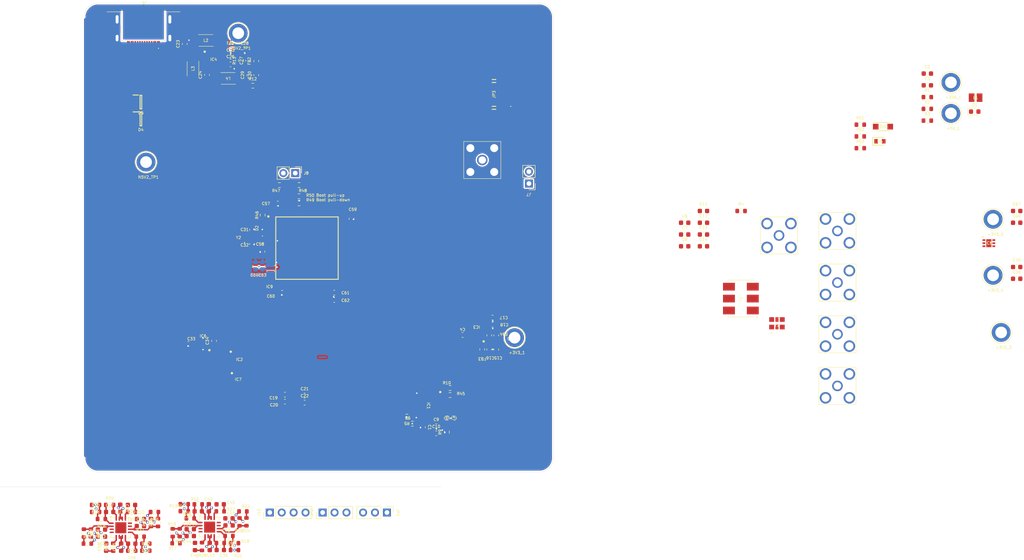
<source format=kicad_pcb>
(kicad_pcb (version 20241229) (generator "pcbnew") (generator_version "9.0")
  (layers (0 "F.Cu" signal) (4 "In1.Cu" signal) (6 "In2.Cu" signal) (2 "B.Cu" signal) (5 "F.SilkS" user "F.Silkscreen") (7 "B.SilkS" user "B.Silkscreen") (1 "F.Mask" user) (3 "B.Mask" user) (25 "Edge.Cuts" user))
  (net 0 "")
  (net 1 "/Power/ADM7160ACPZN3.3_1/+3V3")
  (net 2 "GND")
  (net 3 "/Function Generator/AVDD")
  (net 4 "/Function Generator/CVDDX")
  (net 5 "/Power/VDD_STM32")
  (net 6 "/Power/ADM7160ACPZN3.3_1/+3V6")
  (net 7 "/Power/5V")
  (net 8 "Net-(IC1-REFIO)")
  (net 9 "Net-(Y1-OUTPUT)")
  (net 10 "Net-(JP1-B)")
  (net 11 "Net-(Y1-COMP_OUT)")
  (net 12 "Net-(JP2-A)")
  (net 13 "/Function Generator/CLKLDO")
  (net 14 "/Function Generator/DLDO1")
  (net 15 "/Function Generator/DLDO2")
  (net 16 "/Function Generator/DVDD")
  (net 17 "/Function Generator/CLKVDD")
  (net 18 "Net-(IC4-SWN)")
  (net 19 "Net-(IC4-DN)")
  (net 20 "Net-(IC4-SSP)")
  (net 21 "Net-(IC4-SSN)")
  (net 22 "/Power/LT3472EDD/P5V2_VP")
  (net 23 "Net-(IC4-FBP)")
  (net 24 "Net-(IC4-FBN)")
  (net 25 "/Power/LT3472EDD/N5V2_VN")
  (net 26 "Net-(IC9-PC14{slash}OSC32_IN)")
  (net 27 "Net-(IC9-PC15{slash}OSC32_OUT)")
  (net 28 "/Output_Stage/Op_Amp_1/-IN_1")
  (net 29 "/Output_Stage/Op_Amp_1/FB_1")
  (net 30 "/Output_Stage/Op_Amp_1/+IN_1")
  (net 31 "/Output_Stage/Op_Amp_1/FB_2")
  (net 32 "/Output_Stage/Op_Amp_1/-IN_2")
  (net 33 "/Output_Stage/Op_Amp_1/+IN_2")
  (net 34 "/Output_Stage/N5V2")
  (net 35 "/Output_Stage/P5V2")
  (net 36 "Net-(C45-Pad1)")
  (net 37 "/Output_Stage/Op_Amp_1/AMP_OUT")
  (net 38 "Net-(C46-Pad1)")
  (net 39 "/Output_Stage/Op_Amp_1/AMP1_OUT")
  (net 40 "/Output_Stage/Op_Amp_2/FB_1")
  (net 41 "/Output_Stage/Op_Amp_2/-IN_1")
  (net 42 "/Output_Stage/Op_Amp_2/+IN_1")
  (net 43 "/Output_Stage/Op_Amp_2/-IN_2")
  (net 44 "/Output_Stage/Op_Amp_2/FB_2")
  (net 45 "/Output_Stage/Op_Amp_2/+IN_2")
  (net 46 "Net-(C55-Pad1)")
  (net 47 "/Output_Stage/Op_Amp_2/AMP_OUT")
  (net 48 "Net-(C56-Pad1)")
  (net 49 "/Output_Stage/Op_Amp_2/AMP1_OUT")
  (net 50 "Net-(D1-A)")
  (net 51 "Net-(D2-A)")
  (net 52 "/USB_C/CC1")
  (net 53 "/USB_C/CC2")
  (net 54 "/USB_C/D+")
  (net 55 "/USB_C/D-")
  (net 56 "Net-(D6-A)")
  (net 57 "Net-(IC1-FSADJ4)")
  (net 58 "/Function Generator/I_Out_P4")
  (net 59 "/Function Generator/Trigger_Input_3V3")
  (net 60 "/Function Generator/I_Out_P1")
  (net 61 "/Function Generator/CLKN")
  (net 62 "/Function Generator/SPI_MOSI")
  (net 63 "/Function Generator/SPI_CS")
  (net 64 "Net-(IC1-FSADJ1)")
  (net 65 "Net-(IC1-FSADJ3)")
  (net 66 "/Function Generator/CLKP")
  (net 67 "/Function Generator/I_Out_N3")
  (net 68 "/Function Generator/I_Out_P3")
  (net 69 "/Function Generator/SPI_MISO")
  (net 70 "/Function Generator/I_Out_P2")
  (net 71 "/Function Generator/!RESET")
  (net 72 "/Function Generator/I_Out_N4")
  (net 73 "/Function Generator/I_Out_N1")
  (net 74 "Net-(IC1-FSADJ2{slash}CAL_SENSE)")
  (net 75 "/Function Generator/SPI_CLK")
  (net 76 "/Function Generator/I_Out_N2")
  (net 77 "Net-(IC2-SW)")
  (net 78 "Net-(IC2-VID)")
  (net 81 "Net-(IC4-SWP)")
  (net 88 "Net-(IC9-PE2)")
  (net 104 "/STM32/SWDIO")
  (net 109 "/STM32/NRST")
  (net 119 "/STM32/I2C_SDA")
  (net 128 "/STM32/I2C_SCL")
  (net 137 "Net-(IC9-PA9)")
  (net 149 "/STM32/SWCLK")
  (net 150 "Net-(IC9-PA10)")
  (net 152 "Net-(IC9-BOOT0)")
  (net 163 "Net-(J1-In)")
  (net 164 "Net-(J6-In)")
  (net 167 "Net-(JP1-A)")
  (net 168 "Net-(JP2-B)")
  (net 171 "Net-(R2-Pad2)")
  (net 172 "Net-(R27-Pad2)")
  (net 173 "Net-(R28-Pad2)")
  (net 174 "Net-(R43-Pad2)")
  (net 175 "Net-(R44-Pad2)")
  (footprint "Resistor_SMD:R_0603_1608Metric" (layer "F.Cu") (at 221.423 74.917)
    (property "Reference" "R51")
    (property "Value" "5.1K")
  )
  (footprint "Resistor_SMD:R_0603_1608Metric" (layer "F.Cu") (at 133.3 140.5 90)
    (property "Reference" "R9")
    (property "Value" "8.06K")
  )
  (footprint "Insyte_Footprints:1420701201" (layer "F.Cu") (at 216.558 108.602)
    (property "Reference" "J3")
    (property "Value" "142-0701-201" (hide yes))
  )
  (footprint "Resistor_SMD:R_0603_1608Metric" (layer "F.Cu") (at 62.2 165.0375 90)
    (property "Reference" "R44")
    (property "Value" "49.9R")
  )
  (footprint "Insyte_Footprints:LQH32CH100K53L" (layer "F.Cu") (at 81.95 56.95)
    (property "Reference" "L2")
    (property "Value" "22uH" (hide yes))
  )
  (footprint "Package_CSP:Analog_LFCSP-16-1EP_4x4mm_P0.65mm_EP2.35x2.35mm" (layer "F.Cu") (at 63.825 160.9)
    (property "Reference" "U3")
    (property "Value" "ADA4817-2ACP")
  )
  (footprint "Capacitor_SMD:C_0603_1608Metric" (layer "F.Cu") (at 66.1 156.0375 180)
    (property "Reference" "C55")
    (property "Value" "1uF")
  )
  (footprint "Connector_PinHeader_2.54mm:PinHeader_1x03_P2.54mm_Vertical" (layer "F.Cu") (at 120.54 157.65 -90)
    (property "Reference" "JP1")
    (property "Value" "Jumper_3_Open")
  )
  (footprint "Capacitor_SMD:C_0603_1608Metric" (layer "F.Cu") (at 91.8 100.375 90)
    (property "Reference" "C32")
    (property "Value" "8pF C0G/NP0  >5%")
  )
  (footprint "Capacitor_SMD:C_0603_1608Metric" (layer "F.Cu") (at 254.753 107.787)
    (property "Reference" "C36")
    (property "Value" "4.7uF")
  )
  (footprint "Resistor_SMD:R_0603_1608Metric" (layer "F.Cu") (at 101.825 87.8 180)
    (property "Reference" "R48")
    (property "Value" "4K7")
  )
  (footprint "Resistor_SMD:R_0603_1608Metric" (layer "F.Cu") (at 81.125 164.9 90)
    (property "Reference" "R28")
    (property "Value" "49.9R")
  )
  (footprint "Insyte_Footprints:SON50P300X300X85-11N-D" (layer "F.Cu") (at 89.1 125)
    (property "Reference" "IC2")
    (property "Value" "ADP5300ACPZ-1-R7" (hide yes))
  )
  (footprint "Capacitor_SMD:C_0603_1608Metric" (layer "F.Cu") (at 188.003 100.857)
    (property "Reference" "C14")
    (property "Value" "0.01uF")
  )
  (footprint "Capacitor_SMD:C_0603_1608Metric" (layer "F.Cu") (at 63.7 156.7375 -90)
    (property "Reference" "C51")
    (property "Value" "0.1uF")
  )
  (footprint "Capacitor_SMD:C_0603_1608Metric" (layer "F.Cu") (at 86.875 158.9)
    (property "Reference" "C41")
    (property "Value" "0.1uF")
  )
  (footprint "Capacitor_SMD:C_0603_1608Metric" (layer "F.Cu") (at 188.003 98.347)
    (property "Reference" "C13")
    (property "Value" "0.1uF")
  )
  (footprint "Capacitor_SMD:C_0603_1608Metric" (layer "F.Cu") (at 68 160.5375)
    (property "Reference" "C50")
    (property "Value" "1.5pF")
  )
  (footprint "Capacitor_SMD:C_0603_1608Metric" (layer "F.Cu") (at 63.9 165.0375 90)
    (property "Reference" "C53")
    (property "Value" "0.1uF")
  )
  (footprint "Resistor_SMD:R_0603_1608Metric" (layer "F.Cu") (at 85 157.4 180)
    (property "Reference" "R27")
    (property "Value" "49.9R")
  )
  (footprint "Resistor_SMD:R_0603_1608Metric" (layer "F.Cu") (at 101.8 91.7)
    (property "Reference" "R49")
    (property "Value" "10K")
  )
  (footprint "Capacitor_SMD:C_0603_1608Metric" (layer "F.Cu") (at 85 155.9 180)
    (property "Reference" "C45")
    (property "Value" "1uF")
  )
  (footprint "Resistor_SMD:R_0603_1608Metric" (layer "F.Cu") (at 71.75 159.7875 90)
    (property "Reference" "R38")
    (property "Value" "499R")
  )
  (footprint "Capacitor_SMD:C_0603_1608Metric" (layer "F.Cu") (at 94.01 105.025 90)
    (property "Reference" "C63")
    (property "Value" "0.01u")
  )
  (footprint "Capacitor_SMD:C_0603_1608Metric" (layer "F.Cu") (at 103 132.7)
    (property "Reference" "C21")
    (property "Value" "0.1uF")
  )
  (footprint "Resistor_SMD:R_0603_1608Metric" (layer "F.Cu") (at 90.6 159.6375 90)
    (property "Reference" "R24")
    (property "Value" "499R")
  )
  (footprint "Resistor_SMD:R_0603_1608Metric" (layer "F.Cu") (at 97.625 87.8)
    (property "Reference" "R47")
    (property "Value" "4K7")
  )
  (footprint "Resistor_SMD:R_0603_1608Metric" (layer "F.Cu") (at 88.05 165.6625)
    (property "Reference" "R18")
    (property "Value" "1K")
  )
  (footprint "Connector_PinHeader_2.54mm:PinHeader_1x03_P2.54mm_Vertical" (layer "F.Cu") (at 106.835 157.65 90)
    (property "Reference" "JP2")
    (property "Value" "Jumper_3_Open")
  )
  (footprint "Resistor_SMD:R_0603_1608Metric" (layer "F.Cu") (at 101.8 90.2 180)
    (property "Reference" "R50")
    (property "Value" "10K")
  )
  (footprint "Capacitor_SMD:C_0603_1608Metric" (layer "F.Cu") (at 136.65125 119.7725 180)
    (property "Reference" "C4")
    (property "Value" "4.7uF")
  )
  (footprint "Capacitor_SMD:C_0603_1608Metric" (layer "F.Cu") (at 142.35125 122.8725 90)
    (property "Reference" "C16")
    (property "Value" "100pF")
  )
  (footprint "Package_CSP:Analog_LFCSP-16-1EP_4x4mm_P0.65mm_EP2.35x2.35mm" (layer "F.Cu") (at 82.75 160.7625)
    (property "Reference" "U1")
    (property "Value" "ADA4817-2ACP")
  )
  (footprint "Capacitor_SMD:C_0603_1608Metric" (layer "F.Cu") (at 59.7 162.7875 180)
    (property "Reference" "C54")
    (property "Value" "0.1uF")
  )
  (footprint "Capacitor_SMD:C_0603_1608Metric" (layer "F.Cu") (at 235.713 64.017)
    (property "Reference" "C2")
    (property "Value" "10uF")
  )
  (footprint "Capacitor_SMD:C_0603_1608Metric" (layer "F.Cu") (at 87.2 60.45)
    (property "Reference" "C25")
    (property "Value" "0.1uF")
  )
  (footprint "Capacitor_SMD:C_0603_1608Metric" (layer "F.Cu") (at 183.993 100.857)
    (property "Reference" "C8")
    (property "Value" "0.1uF")
  )
  (footprint "Inductor_SMD:L_0603_1608Metric" (layer "F.Cu") (at 142.35125 119.8625 90)
    (property "Reference" "FB4")
    (property "Value" "1.8K OHM AT 100MEGHZ")
  )
  (footprint "LED_SMD:LED_0603_1608Metric" (layer "F.Cu") (at 245.813 72.127)
    (property "Reference" "D1")
    (property "Value" "LED GREEN")
  )
  (footprint "Resistor_SMD:R_0603_1608Metric" (layer "F.Cu") (at 69.15 165.7875)
    (property "Reference" "R32")
    (property "Value" "1K")
  )
  (footprint "Capacitor_SMD:C_0603_1608Metric" (layer "F.Cu") (at 143.85125 122.8725 90)
    (property "Reference" "C15")
    (property "Value" "0.1uF")
  )
  (footprint "Capacitor_SMD:C_0603_1608Metric" (layer "F.Cu") (at 254.753 95.837)
    (property "Reference" "C68")
    (property "Value" "4.7uF")
  )
  (footprint "Insyte_Footprints:1420701201" (layer "F.Cu") (at 216.558 130.642)
    (property "Reference" "J5")
    (property "Value" "142-0701-201" (hide yes))
  )
  (footprint "Resistor_SMD:R_0603_1608Metric" (layer "F.Cu") (at 55.95 162.0375 -90)
    (property "Reference" "R36")
    (property "Value" "499R")
  )
  (footprint "Inductor_SMD:L_0603_1608Metric" (layer "F.Cu") (at 92.7 61.35 90)
    (property "Reference" "FB2")
    (property "Value" "1.8K OHM AT 100MEGHZ")
  )
  (footprint "Capacitor_SMD:C_0603_1608Metric" (layer "F.Cu") (at 78.625 162.675 180)
    (property "Reference" "C44")
    (property "Value" "0.1uF")
  )
  (footprint "Capacitor_SMD:C_0603_1608Metric" (layer "F.Cu") (at 109.3 110.75 180)
    (property "Reference" "C61")
    (property "Value" "0.1u")
  )
  (footprint "Capacitor_SMD:C_0603_1608Metric" (layer "F.Cu") (at 94 102 -90)
    (property "Reference" "C58")
    (property "Value" "0.1u")
  )
  (footprint "TestPoint:TestPoint_Loop_D3.80mm_Drill2.5mm" (layer "F.Cu") (at 147.74 120.35)
    (property "Reference" "+3V3_1")
    (property "Value" "TestPoint")
  )
  (footprint "Resistor_SMD:R_0603_1608Metric" (layer "F.Cu") (at 89.125 159.65 90)
    (property "Reference" "R26")
    (property "Value" "499R")
  )
  (footprint "Capacitor_SMD:C_0603_1608Metric" (layer "F.Cu") (at 68 159.0375)
    (property "Reference" "C52")
    (property "Value" "0.1uF")
  )
  (footprint "Capacitor_SMD:C_0603_1608Metric" (layer "F.Cu") (at 79.625 164.9 90)
    (property "Reference" "C46")
    (property "Value" "1uF")
  )
  (footprint "Resistor_SMD:R_0603_1608Metric" (layer "F.Cu") (at 134 131.1 180)
    (property "Reference" "R10")
    (property "Value" "9.1K")
  )
  (footprint "Resistor_SMD:R_0603_1608Metric" (layer "F.Cu") (at 61.45 156.0375)
    (property "Reference" "R39")
    (property "Value" "499R")
  )
  (footprint "Resistor_SMD:R_0603_1608Metric" (layer "F.Cu") (at 89.45 61.25 90)
    (property "Reference" "R11")
    (property "Value" "158K")
  )
  (footprint "Capacitor_SMD:C_0603_1608Metric" (layer "F.Cu") (at 82.775 164.9 90)
    (property "Reference" "C43")
    (property "Value" "0.1uF")
  )
  (footprint "Capacitor_SMD:C_0603_1608Metric" (layer "F.Cu") (at 183.993 95.837)
    (property "Reference" "C6")
    (property "Value" "0.1uF")
  )
  (footprint "Capacitor_SMD:C_0603_1608Metric" (layer "F.Cu") (at 143.85125 119.8725 90)
    (property "Reference" "C5")
    (property "Value" "4.7uF")
  )
  (footprint "Capacitor_SMD:C_0603_1608Metric" (layer "F.Cu") (at 85.03 165.65 180)
    (property "Reference" "C39")
    (property "Value" "1.5pF")
  )
  (footprint "Resistor_SMD:R_0603_1608Metric" (layer "F.Cu") (at 134 132.6)
    (property "Reference" "R45")
    (property "Value" "4.7K")
  )
  (footprint "Resistor_SMD:R_0603_1608Metric" (layer "F.Cu") (at 85.025 164.15 180)
    (property "Reference" "R25")
    (property "Value" "499R")
  )
  (footprint "Capacitor_SMD:C_0603_1608Metric" (layer "F.Cu") (at 97.275 91.75)
    (property "Reference" "C57")
    (property "Value" "0.1u")
  )
  (footprint "Resistor_SMD:R_0603_1608Metric" (layer "F.Cu") (at 235.713 74.057)
    (property "Reference" "R3")
    (property "Value" "0R")
  )
  (footprint "Insyte_Footprints:SON65P200X200X65-7N-D" (layer "F.Cu") (at 88.85 129.25)
    (property "Reference" "IC7")
    (property "Value" "ADM7160ACPZN3.3-R7" (hide yes))
  )
  (footprint "TestPoint:TestPoint_Loop_D3.80mm_Drill2.5mm" (layer "F.Cu") (at 240.738 65.9)
    (property "Reference" "+3V6_1")
    (property "Value" "TestPoint")
  )
  (footprint "Insyte_Footprints:SON65P200X200X65-7N-D" (layer "F.Cu") (at 248.823 100.197)
    (property "Reference" "IC8")
    (property "Value" "ADM7160ACPZN3.3-R7" (hide yes))
  )
  (footprint "Resistor_SMD:R_0603_1608Metric" (layer "F.Cu") (at 235.713 71.547)
    (property "Reference" "R2")
    (property "Value" "100R")
  )
  (footprint "Capacitor_SMD:C_0603_1608Metric" (layer "F.Cu") (at 143.05125 116.0625)
    (property "Reference" "C17")
    (property "Value" "0.1uF")
  )
  (footprint "Insyte_Footprints:SODFL3618X110N" (layer "F.Cu") (at 226.253 75.337)
    (property "Reference" "D3")
    (property "Value" "SMF5.0A" (hide yes))
  )
  (footprint "Resistor_SMD:R_0603_1608Metric" (layer "F.Cu") (at 66.15 165.7875 180)
    (property "Reference" "R41")
    (property "Value" "499R")
  )
  (footprint "Capacitor_SMD:C_0603_1608Metric" (layer "F.Cu") (at 82.575 156.625 -90)
    (property "Reference" "C42")
    (property "Value" "0.1uF")
  )
  (footprint "Insyte_Footprints:SOT95P237X125-3N" (layer "F.Cu") (at 68.1 70.1)
    (property "Reference" "D5")
    (property "Value" "SM05.TCT" (hide yes))
  )
  (footprint "Capacitor_SMD:C_0603_1608Metric" (layer "F.Cu") (at 77.45 57.7 90)
    (property "Reference" "C23")
    (property "Value" "2.2uF")
  )
  (footprint "Resistor_SMD:R_0603_1608Metric" (layer "F.Cu") (at 80.325 155.9)
    (property "Reference" "R16")
    (property "Value" "499R")
  )
  (footprint "Capacitor_SMD:C_0603_1608Metric" (layer "F.Cu") (at 60.7 165.0375 90)
    (property "Reference" "C56")
    (property "Value" "1uF")
  )
  (footprint "Resistor_SMD:R_0603_1608Metric" (layer "F.Cu") (at 91.95 66.6)
    (property "Reference" "R12")
    (property "Value" "210K")
  )
  (footprint "Capacitor_SMD:C_0603_1608Metric" (layer "F.Cu") (at 87.2 62.05)
    (property "Reference" "C26")
    (property "Value" "0.1uF")
  )
  (footprint "Capacitor_SMD:C_0603_1608Metric" (layer "F.Cu") (at 83.7 121.025 90)
    (property "Reference" "C34")
    (property "Value" "4.7uF")
  )
  (footprint "Connector_PinHeader_2.54mm:PinHeader_1x02_P2.54mm_Vertical" (layer "F.Cu") (at 101 85.25 -90)
    (property "Reference" "J8")
    (property "Value" "I2C_TP1")
  )
  (footprint "Resistor_SMD:R_0603_1608Metric" (layer "F.Cu") (at 77.35 155.8625 180)
    (property "Reference" "R13")
    (property "Value" "1K")
  )
  (footprint "Capacitor_SMD:C_0603_1608Metric" (layer "F.Cu") (at 103 134.2)
    (property "Reference" "C22")
    (property "Value" "100pF")
  )
  (footprint "Insyte_Footprints:QFP50P1600X1600X160-100N" (layer "F.Cu") (at 103.5 101.25)
    (property "Reference" "IC9")
    (property "Value" "STM32L476VGT6" (hide yes))
  )
  (footprint "Capacitor_SMD:C_0603_1608Metric" (layer "F.Cu") (at 80.325 157.4)
    (property "Reference" "C37")
    (property "Value" "1.5pF")
  )
  (footprint "Resistor_SMD:R_0603_1608Metric" (layer "F.Cu") (at 235.713 69.037)
    (property "Reference" "R1")
    (property "Value" "499K")
  )
  (footprint "Resistor_SMD:R_0603_1608Metric" (layer "F.Cu") (at 66.1 157.5375 180)
    (property "Reference" "R43")
    (property "Value" "49.9R")
  )
  (footprint "Capacitor_SMD:C_0603_1608Metric" (layer "F.Cu") (at 254.753 93.327)
    (property "Reference" "C67")
    (property "Value" "4.7uF")
  )
  (footprint "Capacitor_SMD:C_0603_1608Metric" (layer "F.Cu") (at 90.95 61.25 90)
    (property "Reference" "C27")
    (property "Value" "4.7pF")
  )
  (footprint "Connector_PinHeader_2.54mm:PinHeader_1x04_P2.54mm_Vertical" (layer "F.Cu") (at 95.575 157.65 90)
    (property "Reference" "J10")
    (property "Value" "SPI_TP_1")
  )
  (footprint "Capacitor_SMD:C_0603_1608Metric" (layer "F.Cu") (at 188.003 95.837)
    (property "Reference" "C12")
    (property "Value" "100pF")
  )
  (footprint "Insyte_Footprints:1420701201" (layer "F.Cu") (at 216.558 119.622)
    (property "Reference" "J4")
    (property "Value" "142-0701-201" (hide yes))
  )
  (footprint "Resistor_SMD:R_0603_1608Metric" (layer "F.Cu") (at 56.7 164.2875)
    (property "Reference" "R31")
    (property "Value" "1K")
  )
  (footprint "Capacitor_SMD:C_0603_1608Metric" (layer "F.Cu") (at 131.05 139.25)
    (property "Reference" "C9")
    (property "Value" "0.1uF")
  )
  (footprint "Insyte_Footprints:1420701201" (layer "F.Cu") (at 216.558 97.582)
    (property "Reference" "J2")
    (property "Value" "142-0701-201" (hide yes))
  )
  (footprint "Resistor_SMD:R_0603_1608Metric" (layer "F.Cu") (at 71 157.5375 180)
    (property "Reference" "R34")
    (property "Value" "1K")
  )
  (footprint "Capacitor_SMD:C_0603_1608Metric" (layer "F.Cu") (at 98.8 132.5 180)
    (property "Reference" "C19")
    (property "Value" "0.1uF")
  )
  (footprint "TestPoint:TestPoint_Loop_D3.80mm_Drill2.5mm" (layer "F.Cu") (at 251.443 119.237)
    (property "Reference" "+3V3_3")
    (property "Value" "TestPoint")
  )
  (footprint "Insyte_Footprints:LQH32CH100K53L" (layer "F.Cu") (at 86.7 65.05 180)
    (property "Reference" "L4")
    (property "Value" "47uH" (hide yes))
  )
  (footprint "Capacitor_SMD:C_0603_1608Metric" (layer "F.Cu") (at 98.2 110.8 180)
    (property "Reference" "C60")
    (property "Value" "0.1u")
  )
  (footprint "Capacitor_SMD:C_0603_1608Metric" (layer "F.Cu") (at 78.25 121.7 180)
    (property "Reference" "C33")
    (property "Value" "4.7uF")
  )
  (footprint "Resistor_SMD:R_0603_1608Metric" (layer "F.Cu") (at 134.8 137.5 90)
    (property "Reference" "R8")
    (property "Value" "8.06K")
  )
  (footprint "TestPoint:TestPoint_Loop_D3.80mm_Drill2.5mm" (layer "F.Cu") (at 69.2 82.9)
    (property "Reference" "N5V2_TP1")
    (property "Value" "TestPoint")
  )
  (footprint "Resistor_SMD:R_0603_1608Metric" (layer "F.Cu") (at 78.625 158.9 180)
    (property "Reference" "R15")
    (property "Value" "499R")
  )
  (footprint "TestPoint:TestPoint_Loop_D3.80mm_Drill2.5mm" (layer "F.Cu") (at 240.738 72.512)
    (property "Reference" "+5V_1")
    (property "Value" "TestPoint")
  )
  (footprint "Capacitor_SMD:C_0603_1608Metric" (layer "F.Cu") (at 66.15 164.2875 180)
    (property "Reference" "C49")
    (property "Value" "1.5pF")
  )
  (footprint "Insyte_Footprints:1420701201" (layer "F.Cu") (at 204.098 98.552)
    (property "Reference" "J1")
    (property "Value" "142-0701-201" (hide yes))
  )
  (footprint "Resistor_SMD:R_0603_1608Metric" (layer "F.Cu") (at 221.423 79.937)
    (property "Reference" "R53")
    (property "Value" "325R")
  )
  (footprint "Capacitor_SMD:C_0603_1608Metric" (layer "F.Cu") (at 183.993 98.347)
    (property "Reference" "C7")
    (property "Value" "0.1uF")
  )
  (footprint "Insyte_Footprints:CSL1901MW1" (layer "F.Cu") (at 94 97.2 90)
    (property "Reference" "D2")
    (property "Value" "CSL1901MW1" (hide yes))
  )
  (footprint "Resistor_SMD:R_0603_1608Metric" (layer "F.Cu") (at 133.3 137.5 -90)
    (property "Reference" "R7")
    (property "Value" "0R")
  )
  (footprint "Insyte_Footprints:AX3_3.2x2.5" (layer "F.Cu") (at 203.658 117.282)
    (property "Reference" "Y1")
    (property "Value" "AX3DCF1-156.2500T" (hide yes))
  )
  (footprint "Capacitor_SMD:C_0603_1608Metric" (layer "F.Cu") (at 143.05125 117.5725)
    (property "Reference" "C18")
    (property "Value" "100pF")
  )
  (footprint "Capacitor_SMD:C_0603_1608Metric" (layer "F.Cu") (at 86.9 160.4)
    (property "Reference" "C40")
    (property "Value" "1.5pF")
  )
  (footprint "Capacitor_SMD:C_0603_1608Metric" (layer "F.Cu") (at 91.8 97.325 -90)
    (property "Reference" "C31")
    (property "Value" "8pF C0G/NP0  >5%")
  )
  (footprint "Insyte_Footprints:QFN50P500X500X80-33N-D" (layer "F.Cu") (at 129.4 134.85 -90)
    (property "Reference" "IC1")
    (property "Value" "AD9106BCPZ" (hide yes))
  )
  (footprint "Insyte_Footprints:2002112100010C4LF" (layer "F.Cu") (at 143.35 68.46 90)
    (property "Reference" "JP3")
    (property "Value" "20021121-00010C4LF" (hide yes))
  )
  (footprint "Capacitor_SMD:C_0603_1608Metric" (layer "F.Cu") (at 92.5 105.025 90)
    (property "Reference" "C64")
    (property "Value" "1u")
  )
  (footprint "Resistor_SMD:R_0603_1608Metric" (layer "F.Cu") (at 74.875 161.95 -90)
    (property "Reference" "R19")
    (property "Value" "499R")
  )
  (footprint "Resistor_SMD:R_0603_1608Metric" (layer "F.Cu") (at 59.7 159.0375 180)
    (property "Reference" "R35")
    (property "Value" "499R")
  )
  (footprint "Insyte_Footprints:SON50P300X300X80-11N-D" (layer "F.Cu") (at 83.6 61)
    (property "Reference" "IC4")
    (property "Value" "LT3472EDD#PBF" (hide yes))
  )
  (footprint "Resistor_SMD:R_0603_1608Metric" (layer "F.Cu") (at 67.95 162.7875)
    (property "Reference" "R37")
    (property "Value" "499R")
  )
  (footprint "Capacitor_SMD:C_0603_1608Metric" (layer "F.Cu") (at 92.7 64.35 90)
    (property "Reference" "C30")
    (property "Value" "2.2uF")
  )
  (footprint "Resistor_SMD:R_0603_1608Metric" (layer "F.Cu") (at 70.25 159.7875 90)
    (property "Reference" "R42")
    (property "Value" "499R")
  )
  (footprint "Resistor_SMD:R_0603_1608Metric" (layer "F.Cu") (at 58.45 157.5375)
    (property "Reference" "R30")
    (property "Value" "1K")
  )
  (footprint "Capacitor_SMD:C_0603_1608Metric" (layer "F.Cu") (at 59.7 161.2875 180)
    (property "Reference" "C48")
    (property "Value" "1.5pF")
  )
  (footprint "Capacitor_SMD:C_0603_1608Metric" (layer "F.Cu") (at 78.625 161.2 180)
    (property "Reference" "C38")
    (property "Value" "1.5pF")
  )
  (footprint "Resistor_SMD:R_0603_1608Metric" (layer "F.Cu") (at 94.05 94.2 -90)
    (property "Reference" "R46")
    (property "Value" "750")
  )
  (footprint "Insyte_Footprints:INDC2016X100N" (layer "F.Cu") (at 245.993 69.157)
    (property "Reference" "L1")
    (property "Value" "MLP2016H2R2MT0S1" (hide yes))
  )
  (footprint "Insyte_Footprints:SOT95P237X125-3N" (layer "F.Cu") (at 68.1 73.7)
    (property "Reference" "D4")
    (property "Value" "SM05.TCT" (hide yes))
  )
  (footprint "Resistor_SMD:R_0603_1608Metric" (layer "F.Cu") (at 221.423 77.427)
    (property "Reference" "R52")
    (property "Value" "5.1K")
  )
  (footprint "Resistor_SMD:R_0603_1608Metric" (layer "F.Cu") (at 77.35 157.3625)
    (property "Reference" "R14")
    (property "Value" "1K")
  )
  (footprint "Resistor_SMD:R_0603_1608Metric" (layer "F.Cu") (at 125.975 138.7 180)
    (property "Reference" "R6")
    (property "Value" "8.06K")
  )
  (footprint "Capacitor_SMD:C_0603_1608Metric" (layer "F.Cu") (at 90.2 59)
    (property "Reference" "C28")
    (property "Value" "2.2uF")
  )
  (footprint "Resistor_SMD:R_0603_1608Metric" (layer "F.Cu") (at 58.45 156.0375 180)
    (property "Reference" "R29")
    (property "Value" "1K")
  )
  (footprint "Insyte_Footprints:1420701201" (layer "F.Cu") (at 140.86 82.46 180)
    (property "Reference" "J6")
    (property "Value" "142-0701-201" (hide yes))
  )
  (footprint "Inductor_SMD:L_0603_1608Metric" (layer "F.Cu") (at 87.2 58.95)
    (property "Reference" "FB1")
    (property "Value" "1.8K OHM AT 100MEGHZ")
  )
  (footprint "Resistor_SMD:R_0603_1608Metric" (layer "F.Cu") (at 69.15 164.2875 180)
    (property "Reference" "R33")
    (property "Value" "1K")
  )
  (footprint "Capacitor_SMD:C_0603_1608Metric" (layer "F.Cu") (at 61.45 157.5375)
    (property "Reference" "C47")
    (property "Value" "1.5pF")
  )
  (footprint "Resistor_SMD:R_0603_1608Metric" (layer "F.Cu") (at 75.6 164.2125)
    (property "Reference" "R17")
    (property "Value" "1K")
  )
  (footprint "Capacitor_SMD:C_0603_1608Metric" (layer "F.Cu") (at 235.713 66.527)
    (property "Reference" "C3")
    (property "Value" "10uF")
  )
  (footprint "Capacitor_SMD:C_0603_1608Metric" (layer "F.Cu") (at 113 95 -90)
    (property "Reference" "C59")
    (property "Value" "0.1u")
  )
  (footprint "Insyte_Footprints:LEDC1608X85N" (layer "F.Cu") (at 225.603 78.462)
    (property "Reference" "D6")
    (property "Value" "APT1608LZGCK" (hide yes))
  )
  (footprint "Resistor_SMD:R_0603_1608Metric" (layer "F.Cu") (at 86.875 162.65)
    (property "Reference" "R23")
    (property "Value" "499R")
  )
  (footprint "Capacitor_SMD:C_0603_1608Metric" (layer "F.Cu") (at 98.8 134 180)
    (property "Reference" "C20")
    (property "Value" "100pF")
  )
  (footprint "Capacitor_SMD:C_0603_1608Metric" (layer "F.Cu") (at 128.2 139.475 -90)
    (property "Reference" "C1")
    (property "Value" "0.1uF")
  )
  (footprint "Insyte_Footprints:ECS327516TR" (layer "F.Cu") (at 90.2 98.9 90)
    (property "Reference" "Y2")
    (property "Value" "ECS-.327-7-16-C-TR" (hide yes))
  )
  (footprint "TestPoint:TestPoint_Loop_D3.80mm_Drill2.5mm" (layer "F.Cu") (at 249.723 95.097)
    (property "Reference" "+3V3_5")
    (property "Value" "TestPoint")
  )
  (footprint "Capacitor_SMD:C_0603_1608Metric" (layer "F.Cu") (at 82.2 64.3 90)
    (property "Reference" "C24")
    (property "Value" "1uF")
  )
  (footprint "Resistor_SMD:R_0603_1608Metric" (layer "F.Cu") (at 57.45 162.0375 -90)
    (property "Reference" "R40")
    (property "Value" "499R")
  )
  (footprint "Insyte_Footprints:SON65P200X200X65-7N-D" (layer "F.Cu") (at 139.80125 119.8225 180)
    (property "Reference" "IC3")
    (property "Value" "ADM7160ACPZN3.3-R7" (hide yes))
  )
  (footprint "Resistor_SMD:R_0603_1608Metric" (layer "F.Cu") (at 124.8 137.2 180)
    (property "Reference" "R5")
    (property "Value" "8.06K")
  )
  (footprint "Resistor_SMD:R_0603_1608Metric" (layer "F.Cu") (at 88.05 164.1825 180)
    (property "Reference" "R21")
    (property "Value" "1K")
  )
  (footprint "Insyte_Footprints:SON65P200X200X65-7N-D" (layer "F.Cu") (at 81.35 121.7 180)
    (property "Reference" "IC6")
    (property "Value" "ADM7160ACPZN3.3-R7" (hide yes))
  )
  (footprint "Capacitor_SMD:C_0603_1608Metric" (layer "F.Cu") (at 254.753 105.277)
    (property "Reference" "C35")
    (property "Value" "4.7uF")
  )
  (footprint "Inductor_SMD:L_0603_1608Metric" (layer "F.Cu") (at 140.85125 122.86 -90)
    (property "Reference" "FB3")
    (property "Value" "1.8K OHM AT 100MEGHZ")
  )
  (footprint "Resistor_SMD:R_0603_1608Metric" (layer "F.Cu") (at 89.85 157.4125 180)
    (property "Reference" "R22")
    (property "Value" "1K")
  )
  (footprint "TestPoint:TestPoint_Loop_D3.80mm_Drill2.5mm" (layer "F.Cu") (at 88.85 55.4)
    (property "Reference" "P5V2_TP1")
    (property "Value" "TestPoint")
  )
  (footprint "Capacitor_SMD:C_0603_1608Metric" (layer "F.Cu") (at 131.05 140.75)
    (property "Reference" "C10")
    (property "Value" "100pF")
  )
  (footprint "Insyte_Footprints:ADT21T" (layer "F.Cu") (at 195.972 112.012 90)
    (property "Reference" "T1")
    (property "Value" "ADT2-1T+" (hide yes))
  )
  (footprint "Resistor_SMD:R_0603_1608Metric" (layer "F.Cu") (at 196.023 93.327)
    (property "Reference" "R4")
    (property "Value" "100R")
  )
  (footprint "Capacitor_SMD:C_0603_1608Metric" (layer "F.Cu") (at 91.2 64.35 90)
    (property "Reference" "C29")
    (property "Value" "10pF")
  )
  (footprint "Capacitor_SMD:C_0603_1608Metric" (layer "F.Cu") (at 188.003 93.327)
    (property "Reference" "C11")
    (property "Value" "0.1uF")
  )
  (footprint "Capacitor_SMD:C_0603_1608Metric" (layer "F.Cu") (at 109.3 112.3 180)
    (property "Reference" "C62")
    (property "Value" "4.7u")
  )
  (footprint "Connector_PinHeader_2.54mm:PinHeader_1x02_P2.54mm_Vertical" (layer "F.Cu") (at 150.8 87.475 180)
    (property "Reference" "J7")
    (property "Value" "DEBUG_UART_TP_1")
  )
  (footprint "Resistor_SMD:R_0603_1608Metric" (layer "F.Cu") (at 76.375 161.95 -90)
    (property "Reference" "R20")
    (property "Value" "499R")
  )
  (footprint "Insyte_Footprints:USB4500030A" (layer "F.Cu") (at 68.65 53.6 180)
    (property "Reference" "J9")
    (property "Value" "USB4500-03-0-A" (hide yes))
    (fp_line (start 4.62 2.75) (end 4.62 -3.45) (stroke (width 0.1)) (layer "Edge.Cuts"))
    (fp_line (start 4.62 -3.45) (end -4.62 -3.45) (stroke (width 0.1)) (layer "Edge.Cuts"))
    (fp_line (start -4.62 2.75) (end -4.62 -3.45) (stroke (width 0.1)) (layer "Edge.Cuts"))
  )
  (footprint "Insyte_Footprints:LQH32CH100K53L" (layer "F.Cu") (at 79.2 62.95 90)
    (property "Reference" "L3")
    (property "Value" "47uH" (hide yes))
  )
  (footprint "TestPoint:TestPoint_Loop_D3.80mm_Drill2.5mm" (layer "F.Cu") (at 249.723 107.047)
    (property "Reference" "+3V3_4")
    (property "Value" "TestPoint")
  )
  (footprint "Capacitor_SMD:C_0603_1608Metric" (layer "B.Cu") (at 92.5 105.025 90)
    (property "Reference" "C66")
    (property "Value" "1u")
  )
  (footprint "Capacitor_SMD:C_0603_1608Metric" (layer "B.Cu") (at 94 105.025 90)
    (property "Reference" "C65")
    (property "Value" "0.1u")
  )
  (gr_line (start 156 52) (end 156 146) (stroke (width 0.05)) (layer "Edge.Cuts"))
  (gr_arc (start 156 146) (mid 155.12132 148.12132) (end 153 149) (stroke (width 0.05)) (layer "Edge.Cuts"))
  (gr_line (start 38.1 152.1875) (end 132.1 152.1875) (stroke (width 0.05)) (layer "Edge.Cuts"))
  (gr_line (start 153 149) (end 59 149) (stroke (width 0.05)) (layer "Edge.Cuts"))
  (gr_arc (start 153 49) (mid 155.12132 49.87868) (end 156 52) (stroke (width 0.05)) (layer "Edge.Cuts"))
  (gr_line (start 59 49) (end 153 49) (stroke (width 0.05)) (layer "Edge.Cuts"))
  (gr_arc (start 56 52) (mid 56.87868 49.87868) (end 59 49) (stroke (width 0.05)) (layer "Edge.Cuts"))
  (gr_arc (start 59 149) (mid 56.87868 148.12132) (end 56 146) (stroke (width 0.05)) (layer "Edge.Cuts"))
  (gr_text "Boot pull-down" (at 105.4 91.3 0) (layer "F.SilkS") (effects (font (size 0.6 0.6) (thickness 0.1) (bold yes)) (justify left bottom)))
  (gr_text "Boot pull-up" (at 105.4 90.3 0) (layer "F.SilkS") (effects (font (size 0.6 0.6) (thickness 0.1) (bold yes)) (justify left bottom)))
  (segment (start 142.35125 120.65) (end 141.02875 120.65) (width 0.3) (layer "F.Cu") (net 1))
  (segment (start 141.02875 120.65) (end 140.85125 120.4725) (width 0.3) (layer "F.Cu") (net 1))
  (segment (start 140.85125 122.0725) (end 140.85125 120.4725) (width 0.3) (layer "F.Cu") (net 1))
  (segment (start 143.84875 120.65) (end 143.85125 120.6475) (width 0.3) (layer "F.Cu") (net 1))
  (segment (start 142.35125 120.65) (end 143.84875 120.65) (width 0.3) (layer "F.Cu") (net 1))
  (segment (start 97.15 99.75) (end 97.2 99.7) (width 0.3) (layer "F.Cu") (net 2))
  (segment (start 77.85 162.675) (end 77.7125 162.675) (width 0.3) (layer "F.Cu") (net 2))
  (segment (start 143.82625 116.0625) (end 143.82625 116.08625) (width 0.3) (layer "F.Cu") (net 2))
  (segment (start 98 91.8) (end 98.05 91.75) (width 0.3) (layer "F.Cu") (net 2))
  (segment (start 82.575 155.85) (end 82.575 156.053719) (width 0.3) (layer "F.Cu") (net 2))
  (segment (start 94 102.775) (end 94 102.55) (width 0.3) (layer "F.Cu") (net 2))
  (segment (start 98 93.512) (end 98 91.8) (width 0.3) (layer "F.Cu") (net 2))
  (segment (start 87.65 158.9125) (end 88.35 159.6125) (width 0.3) (layer "F.Cu") (net 2))
  (segment (start 78.325 56.925) (end 78.35 56.9) (width 0.3) (layer "F.Cu") (net 2))
  (segment (start 63.9 165.634034) (end 64.425699 165.108335) (width 0.3) (layer "F.Cu") (net 2))
  (segment (start 94 98.025) (end 94 97.295) (width 0.3) (layer "F.Cu") (net 2))
  (segment (start 97.425 110.8) (end 97.686289 110.8) (width 0.3) (layer "F.Cu") (net 2))
  (segment (start 96.55 104.75) (end 95.762 104.75) (width 0.3) (layer "F.Cu") (net 2))
  (segment (start 94.01 104.25) (end 94 104.25) (width 0.3) (layer "F.Cu") (net 2))
  (segment (start 82.575 156.053719) (end 82.091381 156.537338) (width 0.3) (layer "F.Cu") (net 2))
  (segment (start 143.82625 117.55875) (end 143.09 116.8225) (width 0.3) (layer "F.Cu") (net 2))
  (segment (start 77.45 56.925) (end 78.325 56.925) (width 0.3) (layer "F.Cu") (net 2))
  (segment (start 134.2 137.65) (end 134.15 137.6) (width 0.3) (layer "F.Cu") (net 2))
  (segment (start 133.3 141.325) (end 133.3 140.95) (width 0.3) (layer "F.Cu") (net 2))
  (segment (start 76.375 162.6875) (end 75.7 162.0125) (width 0.3) (layer "F.Cu") (net 2))
  (segment (start 95.762 99.75) (end 97.15 99.75) (width 0.3) (layer "F.Cu") (net 2))
  (segment (start 77.75 162.775) (end 77.85 162.675) (width 0.3) (layer "F.Cu") (net 2))
  (segment (start 102.625 91.7) (end 102.45 91.7) (width 0.3) (layer "F.Cu") (net 2))
  (segment (start 124.65 137.2) (end 124.75 137.3) (width 0.3) (layer "F.Cu") (net 2))
  (segment (start 68.825 159.0375) (end 69.5 159.7125) (width 0.3) (layer "F.Cu") (net 2))
  (segment (start 87.975 60.425) (end 87.25 59.7) (width 0.3) (layer "F.Cu") (net 2))
  (segment (start 134.265725 131.584275) (end 134.75 131.1) (width 0.3) (layer "F.Cu") (net 2))
  (segment (start 87.975 62.05) (end 87.975 62.975) (width 0.3) (layer "F.Cu") (net 2))
  (segment (start 94 104.25) (end 93.25 105) (width 0.3) (layer "F.Cu") (net 2))
  (segment (start 143.85125 122.0975) (end 143.8425 122.0975) (width 0.3) (layer "F.Cu") (net 2))
  (segment (start 63.7 155.9625) (end 63.7 156.224442) (width 0.3) (layer "F.Cu") (net 2))
  (segment (start 111.238 95.75) (end 112.975 95.75) (width 0.3) (layer "F.Cu") (net 2))
  (segment (start 92.5 104.25) (end 93.25 105) (width 0.3) (layer "F.Cu") (net 2))
  (segment (start 123.975 137.2) (end 124.65 137.2) (width 0.3) (layer "F.Cu") (net 2))
  (segment (start 96.95 104.25) (end 95.762 104.25) (width 0.3) (layer "F.Cu") (net 2))
  (segment (start 125.15 138.7) (end 125.95 138.7) (width 0.3) (layer "F.Cu") (net 2))
  (segment (start 63.9 165.8125) (end 63.9 165.634034) (width 0.3) (layer "F.Cu") (net 2))
  (segment (start 108.525 110.75) (end 108.525 110.925) (width 0.3) (layer "F.Cu") (net 2))
  (segment (start 87.675 160.4) (end 87.675 160.3875) (width 0.3) (layer "F.Cu") (net 2))
  (segment (start 68.85 158.9625) (end 68.775 159.0375) (width 0.3) (layer "F.Cu") (net 2))
  (segment (start 133.3 140.95) (end 132.9 140.55) (width 0.3) (layer "F.Cu") (net 2))
  (segment (start 128.2 140.25) (end 128.2 140.061692) (width 0.3) (layer "F.Cu") (net 2))
  (segment (start 68.775 160.5375) (end 68.775 160.4375) (width 0.3) (layer "F.Cu") (net 2))
  (segment (start 131.665131 139.25) (end 131.100712 139.814419) (width 0.3) (layer "F.Cu") (net 2))
  (segment (start 131.825 139.25) (end 131.665131 139.25) (width 0.3) (layer "F.Cu") (net 2))
  (segment (start 109 108.988) (end 109 110.275) (width 0.3) (layer "F.Cu") (net 2))
  (segment (start 143.8005 119.0975) (end 143.087995 118.384995) (width 0.3) (layer "F.Cu") (net 2))
  (segment (start 91.8 96.819367) (end 92.196561 97.215928) (width 0.3) (layer "F.Cu") (net 2))
  (segment (start 76.375 162.775) (end 76.375 162.6875) (width 0.3) (layer "F.Cu") (net 2))
  (segment (start 58.925 161.2875) (end 59.6 161.9625) (width 0.3) (layer "F.Cu") (net 2))
  (segment (start 143.82625 117.5725) (end 143.82625 117.55875) (width 0.3) (layer "F.Cu") (net 2))
  (segment (start 128.2 140.061692) (end 127.691698 139.55339) (width 0.3) (layer "F.Cu") (net 2))
  (segment (start 142.35125 122.0975) (end 142.35125 122.11125) (width 0.3) (layer "F.Cu") (net 2))
  (segment (start 77.475 121.7) (end 77.736289 121.7) (width 0.3) (layer "F.Cu") (net 2))
  (segment (start 58.925 162.7875) (end 58.2 162.0625) (width 0.3) (layer "F.Cu") (net 2))
  (segment (start 143.8425 122.0975) (end 143.09 122.85) (width 0.3) (layer "F.Cu") (net 2))
  (segment (start 94 102.55) (end 93.55 102.1) (width 0.3) (layer "F.Cu") (net 2))
  (segment (start 68.775 159.0375) (end 68.825 159.0375) (width 0.3) (layer "F.Cu") (net 2))
  (segment (start 94 97.295) (end 93.98 97.275) (width 0.3) (layer "F.Cu") (net 2))
  (segment (start 143.85125 119.0975) (end 143.8005 119.0975) (width 0.3) (layer "F.Cu") (net 2))
  (segment (start 98 108.988) (end 98 110.225) (width 0.3) (layer "F.Cu") (net 2))
  (segment (start 134.75 131.1) (end 134.825 131.1) (width 0.3) (layer "F.Cu") (net 2))
  (segment (start 87.675 160.3875) (end 86.95 159.6625) (width 0.3) (layer "F.Cu") (net 2))
  (segment (start 113 95.512322) (end 113.404911 95.107411) (width 0.3) (layer "F.Cu") (net 2))
  (segment (start 97 104.3) (end 96.95 104.25) (width 0.3) (layer "F.Cu") (net 2))
  (segment (start 87.65 158.9) (end 87.65 158.9125) (width 0.3) (layer "F.Cu") (net 2))
  (segment (start 68.775 160.4375) (end 68.1 159.7625) (width 0.3) (layer "F.Cu") (net 2))
  (segment (start 57.45 162.8625) (end 57.45 162.6125) (width 0.3) (layer "F.Cu") (net 2))
  (segment (start 134.8 138.25) (end 134.2 137.65) (width 0.3) (layer "F.Cu") (net 2))
  (segment (start 97 104.3) (end 96.55 104.75) (width 0.3) (layer "F.Cu") (net 2))
  (segment (start 97.686289 110.8) (end 98.092934 111.206645) (width 0.3) (layer "F.Cu") (net 2))
  (segment (start 89.05 158.9) (end 89.125 158.825) (width 0.3) (layer "F.Cu") (net 2))
  (segment (start 82.775 165.523586) (end 83.36184 164.936746) (width 0.3) (layer "F.Cu") (net 2))
  (segment (start 91.8 101.15) (end 91.8 100.885546) (width 0.3) (layer "F.Cu") (net 2))
  (segment (start 91.8 100.885546) (end 92.202694 100.482852) (width 0.3) (layer "F.Cu") (net 2))
  (segment (start 98 110.225) (end 97.425 110.8) (width 0.3) (layer "F.Cu") (net 2))
  (segment (start 89.125 158.8375) (end 89.85 159.5625) (width 0.3) (layer "F.Cu") (net 2))
  (segment (start 89.125 158.825) (end 89.125 158.8375) (width 0.3) (layer "F.Cu") (net 2))
  (segment (start 90.975 59) (end 90.95 59) (width 0.3) (layer "F.Cu") (net 2))
  (segment (start 90.95 59) (end 90.25 59.7) (width 0.3) (layer "F.Cu") (net 2))
  (segment (start 77.85 161.2) (end 77.85 161.2125) (width 0.3) (layer "F.Cu") (net 2))
  (segment (start 108.525 112.275) (end 109.2 111.6) (width 0.3) (layer "F.Cu") (net 2))
  (segment (start 77.7125 162.675) (end 77.05 162.0125) (width 0.3) (layer "F.Cu") (net 2))
  (segment (start 131.825 140.75) (end 131.825 140.575) (width 0.3) (layer "F.Cu") (net 2))
  (segment (start 87.975 62.975) (end 88 63) (width 0.3) (layer "F.Cu") (net 2))
  (segment (start 58.85 162.8625) (end 58.925 162.7875) (width 0.3) (layer "F.Cu") (net 2))
  (segment (start 131.825 140.575) (end 132.35 140.05) (width 0.3) (layer "F.Cu") (net 2))
  (segment (start 87.975 60.45) (end 87.975 60.425) (width 0.3) (layer "F.Cu") (net 2))
  (segment (start 108.525 112.3) (end 108.525 112.275) (width 0.3) (layer "F.Cu") (net 2))
  (segment (start 98.05 91.75) (end 97.844776 91.75) (width 0.3) (layer "F.Cu") (net 2))
  (segment (start 109 110.275) (end 108.525 110.75) (width 0.3) (layer "F.Cu") (net 2))
  (segment (start 63.7 156.224442) (end 63.29417 156.630272) (width 0.3) (layer "F.Cu") (net 2))
  (segment (start 134.8 138.325) (end 134.8 138.25) (width 0.3) (layer "F.Cu") (net 2))
  (segment (start 143.82625 116.08625) (end 143.09 116.8225) (width 0.3) (layer "F.Cu") (net 2))
  (segment (start 97.844776 91.75) (end 97.363435 92.231341) (width 0.3) (layer "F.Cu") (net 2))
  (segment (start 82.775 165.675) (end 82.775 165.523586) (width 0.3) (layer "F.Cu") (net 2))
  (segment (start 57.45 162.6125) (end 56.9 162.0625) (width 0.3) (layer "F.Cu") (net 2))
  (segment (start 108.525 110.925) (end 109.2 111.6) (width 0.3) (layer "F.Cu") (net 2))
  (segment (start 112.975 95.75) (end 113 95.775) (width 0.3) (layer "F.Cu") (net 2))
  (segment (start 77.736289 121.7) (end 78.142934 122.106645) (width 0.3) (layer "F.Cu") (net 2))
  (segment (start 87.675 158.925) (end 87.65 158.9) (width 0.3) (layer "F.Cu") (net 2))
  (segment (start 102.45 91.7) (end 101.85 91.1) (width 0.3) (layer "F.Cu") (net 2))
  (segment (start 58.925 161.2875) (end 58.925 161.3375) (width 0.3) (layer "F.Cu") (net 2))
  (segment (start 113 95.775) (end 113 95.512322) (width 0.3) (layer "F.Cu") (net 2))
  (segment (start 70.25 158.9625) (end 70.95 159.6625) (width 0.3) (layer "F.Cu") (net 2))
  (segment (start 134.265725 131.693377) (end 134.265725 131.584275) (width 0.3) (layer "F.Cu") (net 2))
  (segment (start 91.8 96.55) (end 91.8 96.819367) (width 0.3) (layer "F.Cu") (net 2))
  (segment (start 134.15 137.6) (end 134.15 137.55) (width 0.3) (layer "F.Cu") (net 2))
  (segment (start 77.85 161.2125) (end 78.6 161.9625) (width 0.3) (layer "F.Cu") (net 2))
  (segment (start 142.35125 122.11125) (end 143.09 122.85) (width 0.3) (layer "F.Cu") (net 2))
  (via (at 69.5 159.7125) (size 0.6) (drill 0.3) (layers "F.Cu" "B.Cu") (net 2))
  (via (at 88 63) (size 0.6) (drill 0.3) (layers "F.Cu" "B.Cu") (net 2))
  (via (at 88.05 164.6625) (size 0.6) (drill 0.3) (layers "F.Cu" "B.Cu") (net 2))
  (via (at 134.15 137.55) (size 0.6) (drill 0.3) (layers "F.Cu" "B.Cu") (net 2))
  (via (at 58.55 156.8625) (size 0.6) (drill 0.3) (layers "F.Cu" "B.Cu") (net 2))
  (via (at 58.2 162.0625) (size 0.6) (drill 0.3) (layers "F.Cu" "B.Cu") (net 2))
  (via (at 97 104.3) (size 0.6) (drill 0.3) (layers "F.Cu" "B.Cu") (net 2))
  (via (at 97.2 99.7) (size 0.6) (drill 0.3) (layers "F.Cu" "B.Cu") (net 2))
  (via (at 131.100712 139.814419) (size 0.6) (drill 0.3) (layers "F.Cu" "B.Cu") (net 2))
  (via (at 82.091381 156.537338) (size 0.6) (drill 0.3) (layers "F.Cu" "B.Cu") (net 2))
  (via (at 126.9 132.2) (size 0.6) (drill 0.3) (layers "F.Cu" "B.Cu") (net 2))
  (via (at 81.35 122.9) (size 0.6) (drill 0.3) (layers "F.Cu" "B.Cu") (net 2))
  (via (at 127.691698 139.55339) (size 0.6) (drill 0.3) (layers "F.Cu" "B.Cu") (net 2))
  (via (at 124.75 137.3) (size 0.6) (drill 0.3) (layers "F.Cu" "B.Cu") (net 2))
  (via (at 93.55 102.1) (size 0.6) (drill 0.3) (layers "F.Cu" "B.Cu") (net 2))
  (via (at 90.25 59.7) (size 0.6) (drill 0.3) (layers "F.Cu" "B.Cu") (net 2))
  (via (at 92.196561 97.215928) (size 0.6) (drill 0.3) (layers "F.Cu" "B.Cu") (net 2))
  (via (at 88.35 159.6125) (size 0.6) (drill 0.3) (layers "F.Cu" "B.Cu") (net 2))
  (via (at 81.35 120.45) (size 0.6) (drill 0.3) (layers "F.Cu" "B.Cu") (net 2))
  (via (at 83.36184 164.936746) (size 0.6) (drill 0.3) (layers "F.Cu" "B.Cu") (net 2))
  (via (at 101.85 91.1) (size 0.6) (drill 0.3) (layers "F.Cu" "B.Cu") (net 2))
  (via (at 89.85 159.5625) (size 0.6) (drill 0.3) (layers "F.Cu" "B.Cu") (net 2))
  (via (at 143.09 122.85) (size 0.6) (drill 0.3) (layers "F.Cu" "B.Cu") (net 2))
  (via (at 78.142934 122.106645) (size 0.6) (drill 0.3) (layers "F.Cu" "B.Cu") (net 2))
  (via (at 56.9 162.0625) (size 0.6) (drill 0.3) (layers "F.Cu" "B.Cu") (net 2))
  (via (at 93.25 105) (size 0.6) (drill 0.3) (layers "F.Cu" "B.Cu") (net 2))
  (via (at 77.35 156.8625) (size 0.6) (drill 0.3) (layers "F.Cu" "B.Cu") (net 2))
  (via (at 77.05 162.0125) (size 0.6) (drill 0.3) (layers "F.Cu" "B.Cu") (net 2))
  (via (at 143.087995 118.384995) (size 0.6) (drill 0.3) (layers "F.Cu" "B.Cu") (net 2))
  (via (at 97.363435 92.231341) (size 0.6) (drill 0.3) (layers "F.Cu" "B.Cu") (net 2))
  (via (at 87.25 59.7) (size 0.6) (drill 0.3) (layers "F.Cu" "B.Cu") (net 2))
  (via (at 98.092934 111.206645) (size 0.6) (drill 0.3) (layers "F.Cu" "B.Cu") (net 2))
  (via (at 68.1 159.7625) (size 0.6) (drill 0.3) (layers "F.Cu" "B.Cu") (net 2))
  (via (at 63.29417 156.630272) (size 0.6) (drill 0.3) (layers "F.Cu" "B.Cu") (net 2))
  (via (at 132.35 140.05) (size 0.6) (drill 0.3) (layers "F.Cu" "B.Cu") (net 2))
  (via (at 113.404911 95.107411) (size 0.6) (drill 0.3) (layers "F.Cu" "B.Cu") (net 2))
  (via (at 78.35 56.9) (size 0.6) (drill 0.3) (layers "F.Cu" "B.Cu") (net 2))
  (via (at 125.95 138.7) (size 0.6) (drill 0.3) (layers "F.Cu" "B.Cu") (net 2))
  (via (at 92.202694 100.482852) (size 0.6) (drill 0.3) (layers "F.Cu" "B.Cu") (net 2))
  (via (at 109.2 111.6) (size 0.6) (drill 0.3) (layers "F.Cu" "B.Cu") (net 2))
  (via (at 132.9 140.55) (size 0.6) (drill 0.3) (layers "F.Cu" "B.Cu") (net 2))
  (via (at 70.95 159.6625) (size 0.6) (drill 0.3) (layers "F.Cu" "B.Cu") (net 2))
  (via (at 75.7 162.0125) (size 0.6) (drill 0.3) (layers "F.Cu" "B.Cu") (net 2))
  (via (at 126.8 137.4) (size 0.6) (drill 0.3) (layers "F.Cu" "B.Cu") (net 2))
  (via (at 78.6 161.9625) (size 0.6) (drill 0.3) (layers "F.Cu" "B.Cu") (net 2))
  (via (at 93.98 97.275) (size 0.6) (drill 0.3) (layers "F.Cu" "B.Cu") (net 2))
  (via (at 64.425699 165.108335) (size 0.6) (drill 0.3) (layers "F.Cu" "B.Cu") (net 2))
  (via (at 69.05 164.9625) (size 0.6) (drill 0.3) (layers "F.Cu" "B.Cu") (net 2))
  (via (at 59.6 161.9625) (size 0.6) (drill 0.3) (layers "F.Cu" "B.Cu") (net 2))
  (via (at 86.95 159.6625) (size 0.6) (drill 0.3) (layers "F.Cu" "B.Cu") (net 2))
  (via (at 143.09 116.8225) (size 0.6) (drill 0.3) (layers "F.Cu" "B.Cu") (net 2))
  (segment (start 91.65 104.25) (end 91.6 104.3) (width 0.3) (layer "B.Cu") (net 2))
  (segment (start 92.5 104.25) (end 91.65 104.25) (width 0.3) (layer "B.Cu") (net 2))
  (segment (start 83.15 122.35) (end 83.7 121.8) (width 0.3) (layer "F.Cu") (net 3))
  (segment (start 82.4 122.35) (end 83.15 122.35) (width 0.3) (layer "F.Cu") (net 3))
  (segment (start 98.5 110.325) (end 98.5 108.988) (width 0.3) (layer "F.Cu") (net 5))
  (segment (start 97.05 105.25) (end 97.1 105.3) (width 0.3) (layer "F.Cu") (net 5))
  (segment (start 111.238 95.25) (end 111.975 95.25) (width 0.3) (layer "F.Cu") (net 5))
  (segment (start 98.975 110.8) (end 98.5 110.325) (width 0.3) (layer "F.Cu") (net 5))
  (segment (start 111.975 95.25) (end 113 94.225) (width 0.3) (layer "F.Cu") (net 5))
  (segment (start 95.762 105.25) (end 97.05 105.25) (width 0.3) (layer "F.Cu") (net 5))
  (via (at 97.1 105.3) (size 0.6) (drill 0.3) (layers "F.Cu" "B.Cu") (net 5))
  (segment (start 96.6 105.8) (end 97.1 105.3) (width 0.3) (layer "B.Cu") (net 5))
  (segment (start 94 105.8) (end 96.6 105.8) (width 0.3) (layer "B.Cu") (net 5))
  (segment (start 92.5 105.8) (end 94 105.8) (width 0.3) (layer "B.Cu") (net 5))
  (segment (start 138.12625 120.4725) (end 137.42625 119.7725) (width 0.3) (layer "F.Cu") (net 6))
  (segment (start 79.025 121.7) (end 79.675 122.35) (width 0.3) (layer "F.Cu") (net 6))
  (segment (start 138.75125 120.4725) (end 138.12625 120.4725) (width 0.3) (layer "F.Cu") (net 6))
  (segment (start 138.02625 119.1725) (end 137.42625 119.7725) (width 0.3) (layer "F.Cu") (net 6))
  (segment (start 79.675 122.35) (end 80.3 122.35) (width 0.3) (layer "F.Cu") (net 6))
  (segment (start 79.675 121.05) (end 80.3 121.05) (width 0.3) (layer "F.Cu") (net 6))
  (segment (start 138.75125 119.1725) (end 138.02625 119.1725) (width 0.3) (layer "F.Cu") (net 6))
  (segment (start 79.025 121.7) (end 79.675 121.05) (width 0.3) (layer "F.Cu") (net 6))
  (segment (start 82.1 60.5) (end 79.45 60.5) (width 0.3) (layer "F.Cu") (net 7))
  (segment (start 82.1 60.5) (end 82.1 61) (width 0.3) (layer "F.Cu") (net 7))
  (segment (start 78.225 58.475) (end 79.75 56.95) (width 0.3) (layer "F.Cu") (net 7))
  (segment (start 80 61) (end 79.2 61.8) (width 0.3) (layer "F.Cu") (net 7))
  (segment (start 79.2 60.75) (end 79.2 60.225) (width 0.3) (layer "F.Cu") (net 7))
  (segment (start 82.1 61) (end 80 61) (width 0.3) (layer "F.Cu") (net 7))
  (segment (start 79.45 60.5) (end 79.2 60.75) (width 0.3) (layer "F.Cu") (net 7))
  (segment (start 77.45 58.475) (end 78.225 58.475) (width 0.3) (layer "F.Cu") (net 7))
  (segment (start 79.2 60.225) (end 77.45 58.475) (width 0.3) (layer "F.Cu") (net 7))
  (segment (start 128.15 137.35) (end 128.15 138.65) (width 0.3) (layer "F.Cu") (net 8))
  (segment (start 128.15 138.65) (end 128.2 138.7) (width 0.3) (layer "F.Cu") (net 8))
  (segment (start 130.275 139.25) (end 130.275 140.75) (width 0.3) (layer "F.Cu") (net 13))
  (segment (start 130.15 139.125) (end 130.275 139.25) (width 0.3) (layer "F.Cu") (net 13))
  (segment (start 130.15 137.35) (end 130.15 139.125) (width 0.3) (layer "F.Cu") (net 13))
  (segment (start 142.35125 123.6475) (end 140.85125 123.6475) (width 0.3) (layer "F.Cu") (net 16))
  (segment (start 143.85125 123.6475) (end 142.35125 123.6475) (width 0.3) (layer "F.Cu") (net 16))
  (segment (start 142.27625 117.5725) (end 142.27625 119) (width 0.3) (layer "F.Cu") (net 17))
  (segment (start 142.27625 119) (end 142.35125 119.075) (width 0.3) (layer "F.Cu") (net 17))
  (segment (start 142.27625 116.0625) (end 142.27625 117.5725) (width 0.3) (layer "F.Cu") (net 17))
  (segment (start 107.515 124.5) (end 107.525 124.51) (width 0.3) (layer "B.Cu") (net 17))
  (segment (start 106.05 124.5) (end 107.515 124.5) (width 0.3) (layer "B.Cu") (net 17))
  (segment (start 82.125 65.15) (end 82.2 65.075) (width 0.3) (layer "F.Cu") (net 18))
  (segment (start 79.2 63.801) (end 79.2 64.1) (width 0.3) (layer "F.Cu") (net 18))
  (segment (start 79.2 65.15) (end 82.125 65.15) (width 0.3) (layer "F.Cu") (net 18))
  (segment (start 82.1 61.5) (end 81.501 61.5) (width 0.3) (layer "F.Cu") (net 18))
  (segment (start 81.501 61.5) (end 79.2 63.801) (width 0.3) (layer "F.Cu") (net 18))
  (segment (start 82.1 63.425) (end 82.2 63.525) (width 0.3) (layer "F.Cu") (net 19))
  (segment (start 82.2 63.525) (end 82.975 63.525) (width 0.3) (layer "F.Cu") (net 19))
  (segment (start 82.1 62) (end 82.1 63.425) (width 0.3) (layer "F.Cu") (net 19))
  (segment (start 82.975 63.525) (end 84.5 65.05) (width 0.3) (layer "F.Cu") (net 19))
  (segment (start 86.375 60.5) (end 86.425 60.45) (width 0.3) (layer "F.Cu") (net 20))
  (segment (start 85.1 60.5) (end 86.375 60.5) (width 0.3) (layer "F.Cu") (net 20))
  (segment (start 85.1 60) (end 85.3625 60) (width 0.3) (layer "F.Cu") (net 22))
  (segment (start 88.475 58.05) (end 87.05 58.05) (width 0.3) (layer "F.Cu") (net 22))
  (segment (start 88.9 65.05) (end 88.9 64.25) (width 0.3) (layer "F.Cu") (net 22))
  (segment (start 91.726 62.47411) (end 91.726 61.251) (width 0.3) (layer "F.Cu") (net 22))
  (segment (start 85.3625 60) (end 86.4125 58.95) (width 0.3) (layer "F.Cu") (net 22))
  (segment (start 89.45 60.425) (end 89.45 59.025) (width 0.3) (layer "F.Cu") (net 22))
  (segment (start 91.726 61.251) (end 90.95 60.475) (width 0.3) (layer "F.Cu") (net 22))
  (segment (start 90.95 60.475) (end 89.5 60.475) (width 0.3) (layer "F.Cu") (net 22))
  (segment (start 87.05 58.05) (end 86.4125 58.6875) (width 0.3) (layer "F.Cu") (net 22))
  (segment (start 86.4125 58.6875) (end 86.4125 58.95) (width 0.3) (layer "F.Cu") (net 22))
  (segment (start 89.45 59.025) (end 89.425 59) (width 0.3) (layer "F.Cu") (net 22))
  (segment (start 89.425 59) (end 88.475 58.05) (width 0.3) (layer "F.Cu") (net 22))
  (segment (start 91.42411 62.776) (end 91.726 62.47411) (width 0.3) (layer "F.Cu") (net 22))
  (segment (start 89.5 60.475) (end 89.45 60.425) (width 0.3) (layer "F.Cu") (net 22))
  (segment (start 90.374 62.776) (end 91.42411 62.776) (width 0.3) (layer "F.Cu") (net 22))
  (segment (start 88.9 64.25) (end 90.374 62.776) (width 0.3) (layer "F.Cu") (net 22))
  (segment (start 90.9 62.075) (end 90.95 62.025) (width 0.3) (layer "F.Cu") (net 23))
  (segment (start 85.74989 61) (end 86.02389 61.274) (width 0.3) (layer "F.Cu") (net 23))
  (segment (start 88.649 61.274) (end 89.45 62.075) (width 0.3) (layer "F.Cu") (net 23))
  (segment (start 86.02389 61.274) (end 88.649 61.274) (width 0.3) (layer "F.Cu") (net 23))
  (segment (start 89.45 62.075) (end 90.9 62.075) (width 0.3) (layer "F.Cu") (net 23))
  (segment (start 85.1 61) (end 85.74989 61) (width 0.3) (layer "F.Cu") (net 23))
  (segment (start 91.125 66.6) (end 91.125 65.2) (width 0.3) (layer "F.Cu") (net 24))
  (segment (start 85.1 62) (end 86.75 63.65) (width 0.3) (layer "F.Cu") (net 24))
  (segment (start 86.75 63.65) (end 86.75 66.052) (width 0.3) (layer "F.Cu") (net 24))
  (segment (start 91.125 65.2) (end 91.2 65.125) (width 0.3) (layer "F.Cu") (net 24))
  (segment (start 87.298 66.6) (end 91.125 66.6) (width 0.3) (layer "F.Cu") (net 24))
  (segment (start 86.75 66.052) (end 87.298 66.6) (width 0.3) (layer "F.Cu") (net 24))
  (segment (start 91.2 63.575) (end 91.2 63.625) (width 0.3) (layer "F.Cu") (net 25))
  (segment (start 91.2625 63.575) (end 92.7 62.1375) (width 0.3) (layer "F.Cu") (net 25))
  (segment (start 92.7 65.125) (end 92.7 66.525) (width 0.3) (layer "F.Cu") (net 25))
  (segment (start 92.7 66.525) (end 92.775 66.6) (width 0.3) (layer "F.Cu") (net 25))
  (segment (start 91.2 63.575) (end 91.2625 63.575) (width 0.3) (layer "F.Cu") (net 25))
  (segment (start 91.2 63.625) (end 92.7 65.125) (width 0.3) (layer "F.Cu") (net 25))
  (segment (start 91.8 98.1) (end 92.45 98.75) (width 0.3) (layer "F.Cu") (net 26))
  (segment (start 90.2 98.35) (end 91.55 98.35) (width 0.3) (layer "F.Cu") (net 26))
  (segment (start 91.55 98.35) (end 91.8 98.1) (width 0.3) (layer "F.Cu") (net 26))
  (segment (start 92.45 98.75) (end 95.762 98.75) (width 0.3) (layer "F.Cu") (net 26))
  (segment (start 91.8 99.6) (end 92.1 99.6) (width 0.3) (layer "F.Cu") (net 27))
  (segment (start 92.1 99.6) (end 92.45 99.25) (width 0.3) (layer "F.Cu") (net 27))
  (segment (start 91.65 99.45) (end 91.8 99.6) (width 0.3) (layer "F.Cu") (net 27))
  (segment (start 90.2 99.45) (end 91.65 99.45) (width 0.3) (layer "F.Cu") (net 27))
  (segment (start 92.45 99.25) (end 95.762 99.25) (width 0.3) (layer "F.Cu") (net 27))
  (segment (start 80.3375 159.7875) (end 79.45 158.9) (width 0.3) (layer "F.Cu") (net 28))
  (segment (start 79.55 157.4) (end 79.55 155.95) (width 0.3) (layer "F.Cu") (net 28))
  (segment (start 80.8125 159.7875) (end 80.3375 159.7875) (width 0.3) (layer "F.Cu") (net 28))
  (segment (start 79.55 155.95) (end 79.5 155.9) (width 0.3) (layer "F.Cu") (net 28))
  (segment (start 79.45 158.9) (end 79.45 157.5) (width 0.3) (layer "F.Cu") (net 28))
  (segment (start 79.45 157.5) (end 79.55 157.4) (width 0.3) (layer "F.Cu") (net 28))
  (segment (start 81.1 155.95) (end 81.15 155.9) (width 0.3) (layer "F.Cu") (net 29))
  (segment (start 81.1 157.4) (end 81.1 155.95) (width 0.3) (layer "F.Cu") (net 29))
  (segment (start 81.775 158.075) (end 81.1 157.4) (width 0.3) (layer "F.Cu") (net 29))
  (segment (start 81.775 158.825) (end 81.775 158.075) (width 0.3) (layer "F.Cu") (net 29))
  (segment (start 77.076 160.424) (end 76.375 161.125) (width 0.3) (layer "F.Cu") (net 30))
  (segment (start 76.375 161.000057) (end 76.375 161.125) (width 0.3) (layer "F.Cu") (net 30))
  (segment (start 80.1625 160.4375) (end 80.8125 160.4375) (width 0.3) (layer "F.Cu") (net 30))
  (segment (start 80.1625 160.4375) (end 80.149 160.424) (width 0.3) (layer "F.Cu") (net 30))
  (segment (start 74.875 161.125) (end 76.375 161.125) (width 0.3) (layer "F.Cu") (net 30))
  (segment (start 79.4 161.2) (end 80.1625 160.4375) (width 0.3) (layer "F.Cu") (net 30))
  (segment (start 80.149 160.424) (end 77.076 160.424) (width 0.3) (layer "F.Cu") (net 30))
  (segment (start 83.725 162.7) (end 83.725 163.675) (width 0.3) (layer "F.Cu") (net 31))
  (segment (start 83.725 163.675) (end 84.2 164.15) (width 0.3) (layer "F.Cu") (net 31))
  (segment (start 84.2 164.15) (end 84.2 165.595) (width 0.3) (layer "F.Cu") (net 31))
  (segment (start 84.2 165.595) (end 84.255 165.65) (width 0.3) (layer "F.Cu") (net 31))
  (segment (start 85.85 165.605) (end 85.805 165.65) (width 0.3) (layer "F.Cu") (net 32))
  (segment (start 85.1375 161.7375) (end 86.05 162.65) (width 0.3) (layer "F.Cu") (net 32))
  (segment (start 85.85 164.15) (end 85.85 165.605) (width 0.3) (layer "F.Cu") (net 32))
  (segment (start 84.6875 161.7375) (end 85.1375 161.7375) (width 0.3) (layer "F.Cu") (net 32))
  (segment (start 86.05 162.65) (end 86.05 163.95) (width 0.3) (layer "F.Cu") (net 32))
  (segment (start 86.05 163.95) (end 85.85 164.15) (width 0.3) (layer "F.Cu") (net 32))
  (segment (start 86.151 161.801) (end 87.973943 161.801) (width 0.3) (layer "F.Cu") (net 33))
  (segment (start 85.4375 161.0875) (end 86.151 161.801) (width 0.3) (layer "F.Cu") (net 33))
  (segment (start 84.6875 161.0875) (end 85.4375 161.0875) (width 0.3) (layer "F.Cu") (net 33))
  (segment (start 89.125 160.649943) (end 89.125 160.475) (width 0.3) (layer "F.Cu") (net 33))
  (segment (start 85.4375 161.0875) (end 86.125 160.4) (width 0.3) (layer "F.Cu") (net 33))
  (segment (start 87.973943 161.801) (end 89.125 160.649943) (width 0.3) (layer "F.Cu") (net 33))
  (segment (start 89.125 160.475) (end 90.625 160.475) (width 0.3) (layer "F.Cu") (net 33))
  (segment (start 76.425 164.2125) (end 76.425 164.121535) (width 0.3) (layer "F.Cu") (net 35))
  (segment (start 87.598724 58.95) (end 87.299488 58.650764) (width 0.3) (layer "F.Cu") (net 35))
  (segment (start 63.9 164.2625) (end 63.9 163.2375) (width 0.3) (layer "F.Cu") (net 35))
  (segment (start 63.9 164.2625) (end 63.9 163.0875) (width 0.3) (layer "F.Cu") (net 35))
  (segment (start 87.9875 58.95) (end 87.598724 58.95) (width 0.3) (layer "F.Cu") (net 35))
  (segment (start 69.975 165.7875) (end 69.2 165.7875) (width 0.3) (layer "F.Cu") (net 35))
  (segment (start 63.7 157.5125) (end 63.7 158.5125) (width 0.3) (layer "F.Cu") (net 35))
  (segment (start 89.025 157.4125) (end 89.025 157.525285) (width 0.3) (layer "F.Cu") (net 35))
  (segment (start 82.425 162.7) (end 83.075 162.7) (width 0.3) (layer "F.Cu") (net 35))
  (segment (start 82.575 157.251401) (end 83.170318 156.656083) (width 0.3) (layer "F.Cu") (net 35))
  (segment (start 82.575 158.675) (end 82.425 158.825) (width 0.3) (layer "F.Cu") (net 35))
  (segment (start 82.575 157.4) (end 82.575 158.675) (width 0.3) (layer "F.Cu") (net 35))
  (segment (start 63.7 157.5125) (end 63.7 158.7625) (width 0.3) (layer "F.Cu") (net 35))
  (segment (start 63.7 157.365906) (end 64.301364 156.764542) (width 0.3) (layer "F.Cu") (net 35))
  (segment (start 58.4 156.0375) (end 58.425 156.0125) (width 0.3) (layer "F.Cu") (net 35))
  (segment (start 82.575 157.4) (end 82.575 157.251401) (width 0.3) (layer "F.Cu") (net 35))
  (segment (start 63.9 164.2625) (end 63.9 164.3625) (width 0.3) (layer "F.Cu") (net 35))
  (segment (start 82.575 158.325) (end 83.075 158.825) (width 0.3) (layer "F.Cu") (net 35))
  (segment (start 82.775 163.05) (end 82.425 162.7) (width 0.3) (layer "F.Cu") (net 35))
  (segment (start 82.775 164.2375) (end 82.1 164.9125) (width 0.3) (layer "F.Cu") (net 35))
  (segment (start 89.025 157.525285) (end 88.383045 158.16724) (width 0.3) (layer "F.Cu") (net 35))
  (segment (start 70.175 157.638962) (end 69.49337 158.320592) (width 0.3) (layer "F.Cu") (net 35))
  (segment (start 63.9 163.0875) (end 64.15 162.8375) (width 0.3) (layer "F.Cu") (net 35))
  (segment (start 82.575 157.4) (end 82.575 158.325) (width 0.3) (layer "F.Cu") (net 35))
  (segment (start 57.625 156.0375) (end 58.4 156.0375) (width 0.3) (layer "F.Cu") (net 35))
  (segment (start 69.2 165.7875) (end 69.175 165.7625) (width 0.3) (layer "F.Cu") (net 35))
  (segment (start 88.075 165.6625) (end 88.875 165.6625) (width 0.3) (layer "F.Cu") (net 35))
  (segment (start 63.5 158.9625) (end 64.15 158.9625) (width 0.3) (layer "F.Cu") (net 35))
  (segment (start 82.775 163) (end 83.075 162.7) (width 0.3) (layer "F.Cu") (net 35))
  (segment (start 63.7 158.5125) (end 64.15 158.9625) (width 0.3) (layer "F.Cu") (net 35))
  (segment (start 82.775 164.125) (end 82.775 164.2375) (width 0.3) (layer "F.Cu") (net 35))
  (segment (start 63.7 158.7625) (end 63.5 158.9625) (width 0.3) (layer "F.Cu") (net 35))
  (segment (start 63.9 164.3625) (end 63.15 165.1125) (width 0.3) (layer "F.Cu") (net 35))
  (segment (start 76.525 155.8625) (end 77.31742 155.8625) (width 0.3) (layer "F.Cu") (net 35))
  (segment (start 82.425 158.825) (end 83.075 158.825) (width 0.3) (layer "F.Cu") (net 35))
  (segment (start 63.5 162.8375) (end 64.15 162.8375) (width 0.3) (layer "F.Cu") (net 35))
  (segment (start 77.31742 155.8625) (end 77.325 155.85492) (width 0.3) (layer "F.Cu") (net 35))
  (segment (start 57.525 164.186038) (end 58.20663 163.504408) (width 0.3) (layer "F.Cu") (net 35))
  (segment (start 70.175 157.5375) (end 70.175 157.638962) (width 0.3) (layer "F.Cu") (net 35))
  (segment (start 82.775 164.125) (end 82.775 163.05) (width 0.3) (layer "F.Cu") (net 35))
  (segment (start 57.525 164.2875) (end 57.525 164.186038) (width 0.3) (layer "F.Cu") (net 35))
  (segment (start 63.7 157.5125) (end 63.7 157.365906) (width 0.3) (layer "F.Cu") (net 35))
  (segment (start 76.425 164.121535) (end 77.142858 163.403677) (width 0.3) (layer "F.Cu") (net 35))
  (segment (start 63.9 163.2375) (end 63.5 162.8375) (width 0.3) (layer "F.Cu") (net 35))
  (segment (start 82.775 164.125) (end 82.775 163) (width 0.3) (layer "F.Cu") (net 35))
  (via (at 58.20663 163.504408) (size 0.6) (drill 0.3) (layers "F.Cu" "B.Cu") (net 35))
  (via (at 77.325 155.85492) (size 0.6) (drill 0.3) (layers "F.Cu" "B.Cu") (net 35))
  (via (at 82.1 164.9125) (size 0.6) (drill 0.3) (layers "F.Cu" "B.Cu") (net 35))
  (via (at 64.301364 156.764542) (size 0.6) (drill 0.3) (layers "F.Cu" "B.Cu") (net 35))
  (via (at 77.142858 163.403677) (size 0.6) (drill 0.3) (layers "F.Cu" "B.Cu") (net 35))
  (via (at 69.49337 158.320592) (size 0.6) (drill 0.3) (layers "F.Cu" "B.Cu") (net 35))
  (via (at 69.175 165.7625) (size 0.6) (drill 0.3) (layers "F.Cu" "B.Cu") (net 35))
  (via (at 88.075 165.6625) (size 0.6) (drill 0.3) (layers "F.Cu" "B.Cu") (net 35))
  (via (at 63.15 165.1125) (size 0.6) (drill 0.3) (layers "F.Cu" "B.Cu") (net 35))
  (via (at 87.299488 58.650764) (size 0.6) (drill 0.3) (layers "F.Cu" "B.Cu") (net 35))
  (via (at 58.425 156.0125) (size 0.6) (drill 0.3) (layers "F.Cu" "B.Cu") (net 35))
  (via (at 88.383045 158.16724) (size 0.6) (drill 0.3) (layers "F.Cu" "B.Cu") (net 35))
  (via (at 83.170318 156.656083) (size 0.6) (drill 0.3) (layers "F.Cu" "B.Cu") (net 35))
  (segment (start 87.299488 58.650764) (end 87.299488 57.500512) (width 0.3) (layer "B.Cu") (net 35))
  (segment (start 87.299488 56.950512) (end 88.85 55.4) (width 0.3) (layer "B.Cu") (net 35))
  (segment (start 87.299488 57.500512) (end 87.35 57.45) (width 0.3) (layer "B.Cu") (net 35))
  (segment (start 87.299488 58.650764) (end 87.299488 56.950512) (width 0.3) (layer "B.Cu") (net 35))
  (segment (start 85.825 157.4) (end 85.825 155.95) (width 0.3) (layer "F.Cu") (net 36))
  (segment (start 85.825 155.95) (end 85.775 155.9) (width 0.3) (layer "F.Cu") (net 36))
  (segment (start 81.125 165.725) (end 79.675 165.725) (width 0.3) (layer "F.Cu") (net 38))
  (segment (start 79.675 165.725) (end 79.625 165.675) (width 0.3) (layer "F.Cu") (net 38))
  (segment (start 62.225 156.0875) (end 62.275 156.0375) (width 0.3) (layer "F.Cu") (net 40))
  (segment (start 62.85 158.1625) (end 62.225 157.5375) (width 0.3) (layer "F.Cu") (net 40))
  (segment (start 62.85 158.9625) (end 62.85 158.1625) (width 0.3) (layer "F.Cu") (net 40))
  (segment (start 62.225 157.5375) (end 62.225 156.0875) (width 0.3) (layer "F.Cu") (net 40))
  (segment (start 60.675 157.5375) (end 60.675 156.0875) (width 0.3) (layer "F.Cu") (net 41))
  (segment (start 60.675 156.0875) (end 60.625 156.0375) (width 0.3) (layer "F.Cu") (net 41))
  (segment (start 61.4125 159.925) (end 60.525 159.0375) (width 0.3) (layer "F.Cu") (net 41))
  (segment (start 60.525 157.6875) (end 60.675 157.5375) (width 0.3) (layer "F.Cu") (net 41))
  (segment (start 61.8875 159.925) (end 61.4125 159.925) (width 0.3) (layer "F.Cu") (net 41))
  (segment (start 60.525 159.0375) (end 60.525 157.6875) (width 0.3) (layer "F.Cu") (net 41))
  (segment (start 57.45 161.2125) (end 55.95 161.2125) (width 0.3) (layer "F.Cu") (net 42))
  (segment (start 61.125 160.6375) (end 60.475 161.2875) (width 0.3) (layer "F.Cu") (net 42))
  (segment (start 61.8875 160.575) (end 61.1875 160.575) (width 0.3) (layer "F.Cu") (net 42))
  (segment (start 58.151 160.5115) (end 57.45 161.2125) (width 0.3) (layer "F.Cu") (net 42))
  (segment (start 61.125 160.6375) (end 60.999 160.5115) (width 0.3) (layer "F.Cu") (net 42))
  (segment (start 60.999 160.5115) (end 58.151 160.5115) (width 0.3) (layer "F.Cu") (net 42))
  (segment (start 61.1875 160.575) (end 61.125 160.6375) (width 0.3) (layer "F.Cu") (net 42))
  (segment (start 57.45 161.112557) (end 57.45 161.2125) (width 0.3) (layer "F.Cu") (net 42))
  (segment (start 66.2125 161.875) (end 67.125 162.7875) (width 0.3) (layer "F.Cu") (net 43))
  (segment (start 66.925 164.2875) (end 66.925 165.7375) (width 0.3) (layer "F.Cu") (net 43))
  (segment (start 66.925 165.7375) (end 66.975 165.7875) (width 0.3) (layer "F.Cu") (net 43))
  (segment (start 67.125 162.7875) (end 67.125 164.0875) (width 0.3) (layer "F.Cu") (net 43))
  (segment (start 65.7625 161.875) (end 66.2125 161.875) (width 0.3) (layer "F.Cu") (net 43))
  (segment (start 67.125 164.0875) (end 66.925 164.2875) (width 0.3) (layer "F.Cu") (net 43))
  (segment (start 65.375 165.7375) (end 65.325 165.7875) (width 0.3) (layer "F.Cu") (net 44))
  (segment (start 64.8 163.7125) (end 65.375 164.2875) (width 0.3) (layer "F.Cu") (net 44))
  (segment (start 64.8 162.8375) (end 64.8 163.7125) (width 0.3) (layer "F.Cu") (net 44))
  (segment (start 65.375 164.2875) (end 65.375 165.7375) (width 0.3) (layer "F.Cu") (net 44))
  (segment (start 66.626 161.3135) (end 69.549 161.3135) (width 0.3) (layer "F.Cu") (net 45))
  (segment (start 70.25 160.6125) (end 71.75 160.6125) (width 0.3) (layer "F.Cu") (net 45))
  (segment (start 69.549 161.3135) (end 70.25 160.6125) (width 0.3) (layer "F.Cu") (net 45))
  (segment (start 65.7625 161.225) (end 66.5375 161.225) (width 0.3) (layer "F.Cu") (net 45))
  (segment (start 70.25 160.712443) (end 70.25 160.6125) (width 0.3) (layer "F.Cu") (net 45))
  (segment (start 66.5375 161.225) (end 67.225 160.5375) (width 0.3) (layer "F.Cu") (net 45))
  (segment (start 66.5375 161.225) (end 66.626 161.3135) (width 0.3) (layer "F.Cu") (net 45))
  (segment (start 66.925 156.0875) (end 66.875 156.0375) (width 0.3) (layer "F.Cu") (net 46))
  (segment (start 66.925 157.5375) (end 66.925 156.0875) (width 0.3) (layer "F.Cu") (net 46))
  (segment (start 60.75 165.8625) (end 60.7 165.8125) (width 0.3) (layer "F.Cu") (net 48))
  (segment (start 62.2 165.8625) (end 60.75 165.8625) (width 0.3) (layer "F.Cu") (net 48))
  (segment (start 94.05 96.325) (end 94 96.375) (width 0.3) (layer "F.Cu") (net 51))
  (segment (start 94.05 95.025) (end 94.05 96.325) (width 0.3) (layer "F.Cu") (net 51))
  (segment (start 127.65 137.35) (end 127.65 137.85) (width 0.3) (layer "F.Cu") (net 57))
  (segment (start 127.65 137.85) (end 126.8 138.7) (width 0.3) (layer "F.Cu") (net 57))
  (segment (start 71.75 157.6125) (end 71.825 157.5375) (width 0.3) (layer "F.Cu") (net 58))
  (segment (start 71.75 158.9625) (end 71.75 157.6125) (width 0.3) (layer "F.Cu") (net 58))
  (segment (start 133.175 132.6) (end 133.175 131.1) (width 0.3) (layer "F.Cu") (net 59))
  (segment (start 132.675 133.1) (end 133.175 132.6) (width 0.3) (layer "F.Cu") (net 59))
  (segment (start 131.9 133.1) (end 132.675 133.1) (width 0.3) (layer "F.Cu") (net 59))
  (segment (start 74.875 162.775) (end 74.875 164.1125) (width 0.3) (layer "F.Cu") (net 60))
  (segment (start 74.875 164.1125) (end 74.775 164.2125) (width 0.3) (layer "F.Cu") (net 60))
  (segment (start 131.9 136.6) (end 133.225 136.6) (width 0.3) (layer "F.Cu") (net 64))
  (segment (start 133.3 136.675) (end 134.8 136.675) (width 0.3) (layer "F.Cu") (net 64))
  (segment (start 133.225 136.6) (end 133.3 136.675) (width 0.3) (layer "F.Cu") (net 64))
  (segment (start 126.225 136.6) (end 125.625 137.2) (width 0.3) (layer "F.Cu") (net 65))
  (segment (start 126.9 136.6) (end 126.225 136.6) (width 0.3) (layer "F.Cu") (net 65))
  (segment (start 58.875 157.9375) (end 59.275 157.5375) (width 0.3) (layer "F.Cu") (net 67))
  (segment (start 58.875 159.0375) (end 58.875 157.9375) (width 0.3) (layer "F.Cu") (net 67))
  (segment (start 59.275 157.5375) (end 59.275 156.0375) (width 0.3) (layer "F.Cu") (net 67))
  (segment (start 55.95 164.2125) (end 55.875 164.2875) (width 0.3) (layer "F.Cu") (net 68))
  (segment (start 55.95 162.8625) (end 55.95 164.2125) (width 0.3) (layer "F.Cu") (net 68))
  (segment (start 90.6 158.8125) (end 90.6 157.4875) (width 0.3) (layer "F.Cu") (net 70))
  (segment (start 90.6 157.4875) (end 90.675 157.4125) (width 0.3) (layer "F.Cu") (net 70))
  (segment (start 68.775 163.8375) (end 68.325 164.2875) (width 0.3) (layer "F.Cu") (net 72))
  (segment (start 68.775 162.7875) (end 68.775 163.8375) (width 0.3) (layer "F.Cu") (net 72))
  (segment (start 68.325 164.2875) (end 68.325 165.7875) (width 0.3) (layer "F.Cu") (net 72))
  (segment (start 77.8 158.9) (end 77.8 157.7375) (width 0.3) (layer "F.Cu") (net 73))
  (segment (start 77.8 157.7375) (end 78.175 157.3625) (width 0.3) (layer "F.Cu") (net 73))
  (segment (start 78.175 157.3625) (end 78.175 155.8625) (width 0.3) (layer "F.Cu") (net 73))
  (segment (start 132.325 137.35) (end 133.3 138.325) (width 0.3) (layer "F.Cu") (net 74))
  (segment (start 131.15 137.35) (end 132.325 137.35) (width 0.3) (layer "F.Cu") (net 74))
  (segment (start 87.7 162.65) (end 87.7 163.7075) (width 0.3) (layer "F.Cu") (net 76))
  (segment (start 87.65 162.7) (end 87.7 162.65) (width 0.3) (layer "F.Cu") (net 76))
  (segment (start 87.225 164.1825) (end 87.225 165.6625) (width 0.3) (layer "F.Cu") (net 76))
  (segment (start 87.7 163.7075) (end 87.225 164.1825) (width 0.3) (layer "F.Cu") (net 76))
  (segment (start 82.1 57.95) (end 83.1 56.95) (width 0.3) (layer "F.Cu") (net 81))
  (segment (start 82.1 60) (end 82.1 57.95) (width 0.3) (layer "F.Cu") (net 81))
  (segment (start 95.762 95.087) (end 94.05 93.375) (width 0.3) (layer "F.Cu") (net 88))
  (segment (start 95.762 95.25) (end 95.762 95.087) (width 0.3) (layer "F.Cu") (net 88))
  (segment (start 100.975 91.7) (end 100.5 92.175) (width 0.3) (layer "F.Cu") (net 152))
  (segment (start 100.5 92.175) (end 100.5 93.512) (width 0.3) (layer "F.Cu") (net 152))
  (segment (start 83.725 157.85) (end 84.175 157.4) (width 0.3) (layer "F.Cu") (net 172))
  (segment (start 83.725 158.825) (end 83.725 157.85) (width 0.3) (layer "F.Cu") (net 172))
  (segment (start 81.775 163.425) (end 81.125 164.075) (width 0.3) (layer "F.Cu") (net 173))
  (segment (start 81.775 162.7) (end 81.775 163.425) (width 0.3) (layer "F.Cu") (net 173))
  (segment (start 64.8 158.0125) (end 65.275 157.5375) (width 0.3) (layer "F.Cu") (net 174))
  (segment (start 64.8 158.9625) (end 64.8 158.0125) (width 0.3) (layer "F.Cu") (net 174))
  (segment (start 62.85 163.5625) (end 62.2 164.2125) (width 0.3) (layer "F.Cu") (net 175))
  (segment (start 62.85 162.8375) (end 62.85 163.5625) (width 0.3) (layer "F.Cu") (net 175))
  (zone (net 5) (net_name "/Power/VDD_STM32") (layer "F.Cu") (connect_pads (clearance 0.3)) (min_thickness 0.25) (fill yes (thermal_gap 0.3) (thermal_bridge_width 0.5))
    (polygon (pts (xy 55.999999 49) (xy 155.999999 49) (xy 155.999999 149) (xy 55.999999 149)))
  )
  (zone (net 2) (net_name "GND") (layer "F.Cu") (priority 2) (connect_pads yes (clearance 0.3)) (min_thickness 0.25) (fill yes (thermal_gap 0.3) (thermal_bridge_width 0.5))
    (polygon (pts (xy 96.7 102.35) (xy 92.297806 102.503565) (xy 90.7 105.1) (xy 96.7 105.1)))
  )
  (zone (net 5) (net_name "/Power/VDD_STM32") (layer "F.Cu") (priority 1) (connect_pads yes (clearance 0)) (min_thickness 0.025) (fill yes (thermal_gap 0.3) (thermal_bridge_width 0.5))
    (polygon (pts (xy 94.7 92.4) (xy 112.3 92.4) (xy 112.3 110.1) (xy 94.7 110.1)))
  )
  (zone (net 2) (net_name "GND") (layer "F.Cu") (priority 3) (connect_pads (clearance 0)) (min_thickness 0.025) (fill yes (thermal_gap 0.3) (thermal_bridge_width 0.5))
    (polygon (pts (xy 122.3 128.9) (xy 132.6 128.9) (xy 132.6 138) (xy 122.3 138)))
  )
  (zone (net 2) (net_name "GND") (layers "B.Cu" "In1.Cu" "In2.Cu") (connect_pads (clearance 0.3)) (min_thickness 0.25) (fill yes (thermal_gap 0.3) (thermal_bridge_width 0.5))
    (polygon (pts (xy 56 49) (xy 156 49) (xy 156 149) (xy 56 149)))
  )
)
</source>
